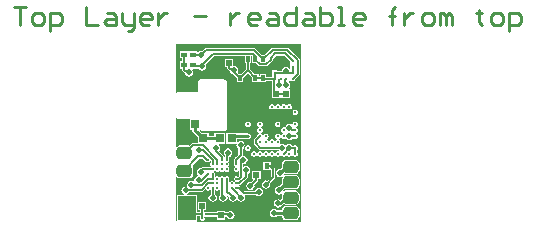
<source format=gtl>
G04*
G04 #@! TF.GenerationSoftware,Altium Limited,CircuitStudio,1.5.1 (13)*
G04*
G04 Layer_Physical_Order=1*
G04 Layer_Color=11767835*
%FSLAX25Y25*%
%MOIN*%
G70*
G01*
G75*
%ADD10C,0.01063*%
%ADD11R,0.06299X0.03150*%
%ADD12R,0.02559X0.03150*%
%ADD13C,0.00866*%
%ADD14R,0.01083X0.00984*%
%ADD15R,0.00984X0.01083*%
%ADD16R,0.01772X0.01969*%
G04:AMPARAMS|DCode=17|XSize=39.37mil|YSize=51.18mil|CornerRadius=9.84mil|HoleSize=0mil|Usage=FLASHONLY|Rotation=90.000|XOffset=0mil|YOffset=0mil|HoleType=Round|Shape=RoundedRectangle|*
%AMROUNDEDRECTD17*
21,1,0.03937,0.03150,0,0,90.0*
21,1,0.01969,0.05118,0,0,90.0*
1,1,0.01969,0.01575,0.00984*
1,1,0.01969,0.01575,-0.00984*
1,1,0.01969,-0.01575,-0.00984*
1,1,0.01969,-0.01575,0.00984*
%
%ADD17ROUNDEDRECTD17*%
%ADD18R,0.02717X0.02835*%
%ADD19R,0.02047X0.02047*%
%ADD20R,0.01378X0.01969*%
%ADD21C,0.00787*%
%ADD22R,0.05906X0.07874*%
%ADD23R,0.02047X0.02047*%
%ADD24R,0.01969X0.01772*%
%ADD25C,0.00591*%
%ADD26C,0.00984*%
%ADD27C,0.00787*%
%ADD28C,0.01000*%
%ADD29C,0.01969*%
G36*
X41732Y58916D02*
X41510Y-146D01*
X7011D01*
X6890Y0D01*
X6890Y50D01*
Y1561D01*
X8057D01*
Y1252D01*
X8018Y1193D01*
X7957Y886D01*
X8018Y579D01*
X8192Y318D01*
X8452Y144D01*
X8760Y83D01*
X9067Y144D01*
X9328Y318D01*
X9501Y579D01*
X9563Y886D01*
X9501Y1193D01*
X9462Y1252D01*
Y1531D01*
X9659Y1636D01*
X9831Y1522D01*
X10138Y1461D01*
X13543D01*
Y551D01*
X16378D01*
Y1461D01*
X16806D01*
X16812Y1431D01*
X17117Y975D01*
X17573Y671D01*
X18110Y564D01*
X18648Y671D01*
X19104Y975D01*
X19408Y1431D01*
X19515Y1969D01*
X19408Y2506D01*
X19104Y2962D01*
X18648Y3266D01*
X18110Y3373D01*
X17573Y3266D01*
X17273Y3067D01*
X16378D01*
Y3386D01*
X13543D01*
Y3067D01*
X10138D01*
X9831Y3005D01*
X9659Y2891D01*
X9462Y2996D01*
Y3701D01*
X10079D01*
Y6536D01*
X7244D01*
Y3701D01*
X8057D01*
Y2966D01*
X6890D01*
Y8661D01*
X3305D01*
X3285Y8858D01*
X3687Y8938D01*
X4143Y9243D01*
X4448Y9699D01*
X4474Y9829D01*
X8551D01*
X8820Y9883D01*
X9048Y10035D01*
X9674Y10661D01*
X9908Y10616D01*
X10034Y10428D01*
X10307Y10245D01*
X10630Y10181D01*
X10952Y10245D01*
X11226Y10428D01*
X11299Y10537D01*
X11320Y10542D01*
X11502Y10487D01*
Y9062D01*
X11211Y8867D01*
X10907Y8412D01*
X10800Y7874D01*
X10907Y7336D01*
X11211Y6881D01*
X11667Y6576D01*
X12205Y6469D01*
X12742Y6576D01*
X13198Y6881D01*
X13503Y7336D01*
X13610Y7874D01*
X13503Y8412D01*
X13198Y8867D01*
X12907Y9062D01*
Y10487D01*
X13089Y10542D01*
X13110Y10537D01*
X13183Y10428D01*
X13457Y10245D01*
X13779Y10181D01*
X14102Y10245D01*
X14376Y10428D01*
X14448Y10537D01*
X14470Y10542D01*
X14652Y10487D01*
Y8714D01*
X14450Y8412D01*
X14343Y7874D01*
X14450Y7336D01*
X14755Y6881D01*
X15210Y6576D01*
X15748Y6469D01*
X16286Y6576D01*
X16741Y6881D01*
X17046Y7336D01*
X17153Y7874D01*
X17046Y8412D01*
X16953Y8551D01*
X17106Y8677D01*
X17310Y8472D01*
X17318Y8460D01*
X17561Y8217D01*
X17493Y7874D01*
X17600Y7336D01*
X17904Y6881D01*
X18360Y6576D01*
X18898Y6469D01*
X19435Y6576D01*
X19891Y6881D01*
X20166Y7292D01*
X20229Y7307D01*
X20322D01*
X20385Y7292D01*
X20660Y6881D01*
X21116Y6576D01*
X21654Y6469D01*
X22191Y6576D01*
X22647Y6881D01*
X22952Y7336D01*
X23058Y7874D01*
X22952Y8412D01*
X22844Y8573D01*
X22937Y8746D01*
X26717D01*
X27025Y8540D01*
X27563Y8433D01*
X28101Y8540D01*
X28556Y8845D01*
X28861Y9301D01*
X28968Y9838D01*
X28861Y10376D01*
X28556Y10832D01*
X28101Y11136D01*
X27563Y11243D01*
X27025Y11136D01*
X26570Y10832D01*
X26265Y10376D01*
X26220Y10151D01*
X22796D01*
X21427Y11520D01*
X21199Y11673D01*
X21066Y11699D01*
X21084Y11896D01*
X21353Y11949D01*
X21581Y12102D01*
X23725Y14246D01*
X23877Y14474D01*
X23931Y14743D01*
Y15741D01*
X24222Y15936D01*
X24526Y16391D01*
X24633Y16929D01*
X24526Y17467D01*
X24222Y17923D01*
X23766Y18227D01*
X23228Y18334D01*
X22691Y18227D01*
X22431Y18054D01*
X22258Y18146D01*
Y18949D01*
X22410Y19074D01*
X22441Y19068D01*
X22979Y19174D01*
X23434Y19479D01*
X23739Y19935D01*
X23846Y20472D01*
X23739Y21010D01*
X23434Y21466D01*
X22979Y21770D01*
X22441Y21877D01*
X22392Y21868D01*
X22212Y22033D01*
Y24126D01*
X22503Y24320D01*
X22808Y24776D01*
X22915Y25314D01*
X22808Y25851D01*
X22503Y26307D01*
X22047Y26612D01*
X21510Y26719D01*
X20972Y26612D01*
X20516Y26307D01*
X20464Y26229D01*
X20276Y26286D01*
Y27435D01*
X23854D01*
X24016Y27403D01*
X24377Y27475D01*
X24683Y27679D01*
X24887Y27985D01*
X24959Y28346D01*
X24887Y28707D01*
X24683Y29013D01*
X24377Y29218D01*
X24016Y29290D01*
X23854Y29258D01*
X20276D01*
Y29370D01*
X16772D01*
Y25748D01*
X20036D01*
X20161Y25596D01*
X20105Y25314D01*
X20212Y24776D01*
X20516Y24320D01*
X20807Y24126D01*
Y22198D01*
X20271Y21662D01*
X20263Y21650D01*
X19891Y21278D01*
X19756Y21251D01*
X19483Y21068D01*
X19300Y20795D01*
X19236Y20472D01*
X19300Y20150D01*
X19376Y20036D01*
Y19334D01*
X19300Y19220D01*
X19236Y18898D01*
X19300Y18575D01*
X19483Y18302D01*
X19592Y18229D01*
Y17992D01*
X19483Y17919D01*
X19300Y17645D01*
X19236Y17323D01*
X19300Y17000D01*
X19483Y16727D01*
X19756Y16544D01*
X20079Y16480D01*
X20401Y16544D01*
X20656Y16714D01*
X20853Y16666D01*
Y15153D01*
X20575Y14876D01*
X20516D01*
X20401Y14952D01*
X20079Y15016D01*
X19756Y14952D01*
X19483Y14769D01*
X19300Y14496D01*
X19236Y14173D01*
X19300Y13851D01*
X19483Y13577D01*
X19592Y13504D01*
Y13267D01*
X19483Y13194D01*
X19410Y13085D01*
X19173D01*
X19100Y13194D01*
X18826Y13377D01*
X18504Y13441D01*
X18181Y13377D01*
X17908Y13194D01*
X17835Y13085D01*
X17814Y13080D01*
X17631Y13135D01*
Y13736D01*
X17708Y13851D01*
X17772Y14173D01*
X17708Y14496D01*
X17525Y14769D01*
X17252Y14952D01*
X16929Y15016D01*
X16607Y14952D01*
X16333Y14769D01*
X16260Y14660D01*
X16023D01*
X15950Y14769D01*
X15677Y14952D01*
X15354Y15016D01*
X15032Y14952D01*
X14758Y14769D01*
X14685Y14660D01*
X14448D01*
X14376Y14769D01*
X14102Y14952D01*
X13779Y15016D01*
X13457Y14952D01*
X13183Y14769D01*
X13110Y14660D01*
X13089Y14655D01*
X12907Y14710D01*
Y15311D01*
X12983Y15425D01*
X13048Y15748D01*
X12983Y16071D01*
X12801Y16344D01*
X12691Y16417D01*
Y16654D01*
X12801Y16727D01*
X12874Y16836D01*
X13110D01*
X13183Y16727D01*
X13457Y16544D01*
X13779Y16480D01*
X14102Y16544D01*
X14376Y16727D01*
X14448Y16836D01*
X14685D01*
X14758Y16727D01*
X15032Y16544D01*
X15354Y16480D01*
X15677Y16544D01*
X15950Y16727D01*
X16023Y16836D01*
X16260D01*
X16333Y16727D01*
X16607Y16544D01*
X16929Y16480D01*
X17252Y16544D01*
X17525Y16727D01*
X17708Y17000D01*
X17772Y17323D01*
X17708Y17645D01*
X17525Y17919D01*
X17416Y17992D01*
Y18229D01*
X17525Y18302D01*
X17708Y18575D01*
X17772Y18898D01*
X17708Y19220D01*
X17525Y19494D01*
X17416Y19567D01*
Y19803D01*
X17525Y19876D01*
X17708Y20150D01*
X17772Y20472D01*
X17708Y20795D01*
X17631Y20909D01*
Y21491D01*
X17861Y21537D01*
X18316Y21841D01*
X18621Y22297D01*
X18728Y22835D01*
X18621Y23372D01*
X18316Y23828D01*
X17861Y24133D01*
X17323Y24239D01*
X16785Y24133D01*
X16329Y23828D01*
X16025Y23372D01*
X15918Y22835D01*
X16025Y22297D01*
X16227Y21995D01*
Y21415D01*
X16030Y21396D01*
X16003Y21529D01*
X15851Y21757D01*
X14362Y23245D01*
X14379Y23416D01*
X14684Y23872D01*
X14791Y24409D01*
X14684Y24947D01*
X14379Y25403D01*
X14157Y25551D01*
X14217Y25748D01*
X16299D01*
Y29370D01*
X12795D01*
Y28470D01*
X10827D01*
Y29370D01*
X8615D01*
X7864Y30122D01*
X7897Y30334D01*
X8021Y30436D01*
X8071Y30448D01*
X8137Y30381D01*
X8333Y30251D01*
X8563Y30205D01*
X16339D01*
X16569Y30251D01*
X16764Y30381D01*
X16895Y30577D01*
X16941Y30807D01*
Y46457D01*
X16895Y46687D01*
X16764Y46883D01*
X16646Y46961D01*
X16567Y47079D01*
X16372Y47210D01*
X16142Y47256D01*
X8071D01*
X7840Y47210D01*
X7645Y47079D01*
X7515Y46884D01*
X7469Y46654D01*
Y43122D01*
X689D01*
X459Y43076D01*
X263Y42945D01*
X197Y42846D01*
X0Y42906D01*
Y59055D01*
X41593D01*
X41732Y58916D01*
D02*
G37*
G36*
X263Y34220D02*
X459Y34089D01*
X689Y34043D01*
X4528D01*
Y30315D01*
X5313D01*
X5359Y30084D01*
X5556Y29789D01*
X6119Y29226D01*
X6310Y29099D01*
X7323Y28086D01*
Y25998D01*
X6018D01*
X5959Y26037D01*
X5652Y26098D01*
X5345Y26037D01*
X5084Y25863D01*
X4426Y25205D01*
X4331Y25224D01*
X1181D01*
X643Y25117D01*
X197Y24818D01*
X106Y24837D01*
X0Y24869D01*
Y34260D01*
X197Y34319D01*
X263Y34220D01*
D02*
G37*
G36*
X9673Y19905D02*
X9933Y19731D01*
X10240Y19670D01*
X10334Y19688D01*
X10630Y19629D01*
X10952Y19694D01*
X11226Y19876D01*
X11299Y19985D01*
X11320Y19991D01*
X11502Y19936D01*
Y19334D01*
X11426Y19220D01*
X11362Y18898D01*
X11426Y18575D01*
X11609Y18302D01*
X11718Y18229D01*
X11723Y18207D01*
X11668Y18025D01*
X11067D01*
X10952Y18102D01*
X10630Y18166D01*
X10307Y18102D01*
X10193Y18025D01*
X9055D01*
X8786Y17972D01*
X8558Y17819D01*
X8447Y17708D01*
X8268Y17743D01*
X7730Y17637D01*
X7274Y17332D01*
X6970Y16876D01*
X6863Y16339D01*
X6970Y15801D01*
X7274Y15345D01*
X7275Y15344D01*
X7234Y15135D01*
X6943Y15078D01*
X6487Y14773D01*
X6182Y14317D01*
X6075Y13780D01*
X6149Y13410D01*
X5972Y13292D01*
X5656Y13503D01*
X5118Y13610D01*
X4580Y13503D01*
X4125Y13198D01*
X3820Y12742D01*
X3713Y12205D01*
X3817Y11684D01*
X3751Y11603D01*
X3670Y11538D01*
X3150Y11641D01*
X2612Y11534D01*
X2156Y11230D01*
X1852Y10774D01*
X1745Y10236D01*
X1852Y9699D01*
X2156Y9243D01*
X2612Y8938D01*
X3014Y8858D01*
X2994Y8661D01*
X197D01*
Y50D01*
X197Y0D01*
X190Y-8D01*
X111Y-11D01*
X-78Y179D01*
X0Y1969D01*
Y14694D01*
X105Y14726D01*
X197Y14744D01*
X643Y14446D01*
X1181Y14339D01*
X4331D01*
X4868Y14446D01*
X5324Y14751D01*
X5629Y15206D01*
X5736Y15744D01*
Y17713D01*
X5629Y18250D01*
X5460Y18502D01*
X7809Y20851D01*
X8727D01*
X9673Y19905D01*
D02*
G37*
%LPC*%
G36*
X37096Y57789D02*
X32185D01*
X31916Y57736D01*
X31688Y57583D01*
X29420Y55315D01*
X28740D01*
X26471Y57583D01*
X26243Y57736D01*
X25975Y57789D01*
X10039D01*
X9771Y57736D01*
X9543Y57583D01*
X8808Y56849D01*
X8465Y56917D01*
X7927Y56810D01*
X7471Y56505D01*
X7277Y56214D01*
X6890D01*
Y56791D01*
X1378D01*
Y54232D01*
X2053D01*
Y53248D01*
X1378D01*
Y50689D01*
X2053D01*
Y50394D01*
X2107Y50125D01*
X2259Y49897D01*
X3019Y49137D01*
X3033Y49069D01*
X3337Y48613D01*
X3793Y48308D01*
X4331Y48201D01*
X4868Y48308D01*
X5324Y48613D01*
X5629Y49069D01*
X5736Y49606D01*
X5629Y50144D01*
X5396Y50492D01*
X5501Y50689D01*
X6890D01*
Y50872D01*
X7474D01*
X7668Y50581D01*
X8124Y50277D01*
X8661Y50170D01*
X9199Y50277D01*
X9655Y50581D01*
X9959Y51037D01*
X10066Y51575D01*
X9959Y52113D01*
X9816Y52327D01*
X12594Y55105D01*
X22835D01*
Y52559D01*
X23215D01*
Y50576D01*
X21654Y49016D01*
X20875D01*
X20367Y49524D01*
X20589Y49856D01*
X20696Y50394D01*
X20589Y50931D01*
X20285Y51387D01*
X19829Y51692D01*
X19291Y51799D01*
X19286Y51797D01*
X19134Y51922D01*
Y54173D01*
X16299D01*
Y51338D01*
X17014D01*
Y51181D01*
X17067Y50912D01*
X17220Y50684D01*
X17980Y49924D01*
X17993Y49856D01*
X18298Y49400D01*
X18754Y49096D01*
X18822Y49082D01*
X20276Y47629D01*
Y46260D01*
X22441D01*
Y47815D01*
X23917Y49292D01*
X25394Y47815D01*
Y46260D01*
X27559D01*
Y46935D01*
X27953D01*
Y46260D01*
X30118D01*
Y46738D01*
X31876D01*
Y43405D01*
X31930Y43137D01*
X32047Y42961D01*
Y41102D01*
X34882D01*
Y41817D01*
X35197D01*
Y41102D01*
X38032D01*
Y43937D01*
X37445D01*
X37386Y44134D01*
X37608Y44282D01*
X37912Y44738D01*
X38019Y45276D01*
X37912Y45813D01*
X37614Y46260D01*
X37632Y46350D01*
X37665Y46457D01*
X37697D01*
Y46554D01*
X37894Y46555D01*
X37894Y46555D01*
X37894Y46555D01*
X39764D01*
Y47343D01*
X41048Y48627D01*
X41200Y48855D01*
X41254Y49124D01*
Y53632D01*
X41200Y53901D01*
X41048Y54128D01*
X37593Y57583D01*
X37365Y57736D01*
X37096Y57789D01*
D02*
G37*
G36*
X24016Y25353D02*
X23655Y25281D01*
X23349Y25076D01*
X23144Y24770D01*
X23072Y24409D01*
X23144Y24048D01*
X23349Y23742D01*
X23655Y23538D01*
X24016Y23466D01*
X24377Y23538D01*
X24683Y23742D01*
X24887Y24048D01*
X24959Y24409D01*
X24887Y24770D01*
X24683Y25076D01*
X24377Y25281D01*
X24016Y25353D01*
D02*
G37*
G36*
X39764Y20499D02*
X36614D01*
X36077Y20392D01*
X35621Y20088D01*
X35316Y19632D01*
X35209Y19094D01*
Y17983D01*
X34752Y17526D01*
X34646Y17547D01*
X34108Y17440D01*
X33652Y17135D01*
X33348Y16679D01*
X33241Y16142D01*
X33348Y15604D01*
X33652Y15148D01*
X34108Y14844D01*
X34646Y14737D01*
X35183Y14844D01*
X35394Y14984D01*
X35535Y14842D01*
X35316Y14514D01*
X35209Y13976D01*
Y12471D01*
X34358Y11620D01*
X34252Y11641D01*
X33714Y11534D01*
X33259Y11230D01*
X32954Y10774D01*
X32847Y10236D01*
X32954Y9699D01*
X33259Y9243D01*
X33714Y8938D01*
X34252Y8831D01*
X34790Y8938D01*
X35060Y9119D01*
X35238Y9001D01*
X35209Y8858D01*
Y7746D01*
X34637Y7174D01*
X34593Y7203D01*
X34055Y7310D01*
X33517Y7203D01*
X33062Y6899D01*
X32757Y6443D01*
X32650Y5906D01*
X32757Y5368D01*
X33062Y4912D01*
X33517Y4608D01*
X34055Y4501D01*
X34593Y4608D01*
X35048Y4912D01*
X35288Y5271D01*
X35796Y5779D01*
X36077Y5592D01*
X36614Y5485D01*
X39764D01*
X40301Y5592D01*
X40757Y5896D01*
X41062Y6352D01*
X41169Y6890D01*
Y8858D01*
X41062Y9396D01*
X40757Y9852D01*
X40301Y10156D01*
X39764Y10263D01*
X36614D01*
X36077Y10156D01*
X35806Y9975D01*
X35629Y10094D01*
X35657Y10236D01*
X35636Y10343D01*
X36032Y10739D01*
X36077Y10710D01*
X36614Y10603D01*
X39764D01*
X40301Y10710D01*
X40757Y11014D01*
X41062Y11470D01*
X41169Y12008D01*
Y13976D01*
X41062Y14514D01*
X40757Y14970D01*
X40301Y15274D01*
X39764Y15381D01*
X36614D01*
X36077Y15274D01*
X35866Y15134D01*
X35724Y15276D01*
X35944Y15604D01*
X35960Y15687D01*
X36161Y15811D01*
X36614Y15721D01*
X39764D01*
X40301Y15828D01*
X40757Y16132D01*
X41062Y16588D01*
X41169Y17126D01*
Y19094D01*
X41062Y19632D01*
X40757Y20088D01*
X40301Y20392D01*
X39764Y20499D01*
D02*
G37*
G36*
X28189Y16772D02*
X25354D01*
Y13937D01*
X25679D01*
X25754Y13755D01*
X25146Y13148D01*
X24803Y13216D01*
X24265Y13109D01*
X23810Y12804D01*
X23505Y12349D01*
X23398Y11811D01*
X23505Y11273D01*
X23810Y10818D01*
X24265Y10513D01*
X24803Y10406D01*
X25341Y10513D01*
X25797Y10818D01*
X26101Y11273D01*
X26208Y11811D01*
X26140Y12154D01*
X27268Y13283D01*
X27421Y13511D01*
X27474Y13780D01*
Y13937D01*
X28189D01*
Y16772D01*
D02*
G37*
G36*
X31594Y19685D02*
X29035D01*
Y16929D01*
X31581D01*
Y14858D01*
X30264Y13541D01*
X29921Y13610D01*
X29384Y13503D01*
X28928Y13198D01*
X28623Y12742D01*
X28516Y12205D01*
X28623Y11667D01*
X28928Y11211D01*
X29384Y10907D01*
X29921Y10800D01*
X30459Y10907D01*
X30915Y11211D01*
X31219Y11667D01*
X31326Y12205D01*
X31258Y12548D01*
X32780Y14070D01*
X32932Y14298D01*
X32986Y14567D01*
Y17332D01*
X32932Y17601D01*
X32780Y17829D01*
X31805Y18804D01*
X31594Y18945D01*
Y19685D01*
D02*
G37*
G36*
X39764Y5145D02*
X36614D01*
X36077Y5038D01*
X35621Y4734D01*
X35316Y4278D01*
X35209Y3740D01*
Y3659D01*
X33731D01*
X33671Y3749D01*
X33215Y4054D01*
X32677Y4161D01*
X32140Y4054D01*
X31684Y3749D01*
X31379Y3294D01*
X31272Y2756D01*
X31379Y2218D01*
X31684Y1763D01*
X32140Y1458D01*
X32677Y1351D01*
X33215Y1458D01*
X33671Y1763D01*
X33731Y1853D01*
X35209D01*
Y1772D01*
X35316Y1234D01*
X35621Y778D01*
X36077Y474D01*
X36614Y367D01*
X39764D01*
X40301Y474D01*
X40757Y778D01*
X41062Y1234D01*
X41169Y1772D01*
Y3740D01*
X41062Y4278D01*
X40757Y4734D01*
X40301Y5038D01*
X39764Y5145D01*
D02*
G37*
G36*
X39764Y33227D02*
X39403Y33155D01*
X39097Y32950D01*
X38892Y32644D01*
X38825Y32308D01*
X38735Y32243D01*
X38637Y32197D01*
X38333Y32400D01*
X37795Y32507D01*
X37258Y32400D01*
X36802Y32096D01*
X36497Y31640D01*
X36423Y31266D01*
X36204Y31176D01*
X36188Y31187D01*
X35827Y31258D01*
X35466Y31187D01*
X35160Y30982D01*
X34955Y30676D01*
X34883Y30315D01*
X34955Y29954D01*
X35160Y29648D01*
X35466Y29443D01*
X35528Y29431D01*
Y29230D01*
X35466Y29218D01*
X35160Y29013D01*
X34955Y28707D01*
X34943Y28645D01*
X34742D01*
X34730Y28707D01*
X34525Y29013D01*
X34219Y29218D01*
X33858Y29290D01*
X33497Y29218D01*
X33191Y29013D01*
X32987Y28707D01*
X32915Y28346D01*
X32987Y27985D01*
X33191Y27679D01*
X33497Y27475D01*
X33559Y27463D01*
Y27262D01*
X33497Y27250D01*
X33191Y27045D01*
X32987Y26739D01*
X32974Y26677D01*
X32774D01*
X32761Y26739D01*
X32557Y27045D01*
X32251Y27250D01*
X31890Y27321D01*
X31529Y27250D01*
X31223Y27045D01*
X31018Y26739D01*
X31006Y26676D01*
X30805D01*
X30793Y26739D01*
X30588Y27045D01*
X30282Y27250D01*
X30220Y27262D01*
Y27463D01*
X30282Y27475D01*
X30588Y27679D01*
X30793Y27985D01*
X30865Y28346D01*
X30793Y28707D01*
X30588Y29013D01*
X30282Y29218D01*
X29921Y29290D01*
X29560Y29218D01*
X29254Y29013D01*
X29050Y28707D01*
X29037Y28645D01*
X28837D01*
X28824Y28707D01*
X28620Y29013D01*
X28314Y29218D01*
X28251Y29230D01*
Y29431D01*
X28314Y29443D01*
X28620Y29648D01*
X28824Y29954D01*
X28896Y30315D01*
X28824Y30676D01*
X28620Y30982D01*
X28314Y31187D01*
X28252Y31199D01*
Y31400D01*
X28314Y31412D01*
X28620Y31616D01*
X28824Y31922D01*
X28896Y32283D01*
X28824Y32644D01*
X28620Y32950D01*
X28314Y33155D01*
X27953Y33227D01*
X27592Y33155D01*
X27286Y32950D01*
X27081Y32644D01*
X27009Y32283D01*
X27081Y31922D01*
X27286Y31616D01*
X27592Y31412D01*
X27654Y31400D01*
Y31199D01*
X27592Y31187D01*
X27286Y30982D01*
X27081Y30676D01*
X27009Y30315D01*
X27081Y29954D01*
X27286Y29648D01*
X27592Y29443D01*
X27654Y29431D01*
Y29230D01*
X27592Y29218D01*
X27286Y29013D01*
X27081Y28707D01*
X27022Y28409D01*
X26177Y27564D01*
X26177Y27564D01*
X26177Y27564D01*
X26134Y27500D01*
X26025Y27337D01*
X26025Y27337D01*
X26025Y27337D01*
X25994Y27182D01*
X25971Y27068D01*
X25971Y27068D01*
X25971Y27068D01*
Y25931D01*
X26025Y25662D01*
X26177Y25434D01*
X27640Y23972D01*
X27867Y23820D01*
X28136Y23766D01*
X34161D01*
X34356Y23475D01*
X34811Y23171D01*
X34982Y23137D01*
X35057Y22955D01*
X34955Y22802D01*
X34943Y22739D01*
X34742D01*
X34730Y22802D01*
X34525Y23108D01*
X34219Y23313D01*
X33858Y23384D01*
X33497Y23313D01*
X33191Y23108D01*
X32987Y22802D01*
X32974Y22740D01*
X32774D01*
X32761Y22802D01*
X32557Y23108D01*
X32251Y23313D01*
X31890Y23384D01*
X31529Y23313D01*
X31223Y23108D01*
X31018Y22802D01*
X31006Y22739D01*
X30805D01*
X30793Y22802D01*
X30588Y23108D01*
X30282Y23313D01*
X29921Y23384D01*
X29560Y23313D01*
X29254Y23108D01*
X29050Y22802D01*
X29037Y22740D01*
X28837D01*
X28824Y22802D01*
X28620Y23108D01*
X28314Y23313D01*
X27953Y23384D01*
X27592Y23313D01*
X27286Y23108D01*
X27081Y22802D01*
X27069Y22739D01*
X26868D01*
X26856Y22802D01*
X26651Y23108D01*
X26345Y23313D01*
X25984Y23384D01*
X25623Y23313D01*
X25317Y23108D01*
X25113Y22802D01*
X25041Y22441D01*
X25113Y22080D01*
X25317Y21774D01*
X25623Y21569D01*
X25984Y21498D01*
X26345Y21569D01*
X26651Y21774D01*
X26856Y22080D01*
X26868Y22142D01*
X27069D01*
X27081Y22080D01*
X27286Y21774D01*
X27592Y21569D01*
X27953Y21498D01*
X28314Y21569D01*
X28620Y21774D01*
X28824Y22080D01*
X28837Y22142D01*
X29037D01*
X29050Y22080D01*
X29254Y21774D01*
X29560Y21569D01*
X29921Y21498D01*
X30282Y21569D01*
X30588Y21774D01*
X30793Y22080D01*
X30805Y22142D01*
X31006D01*
X31018Y22080D01*
X31223Y21774D01*
X31529Y21569D01*
X31890Y21498D01*
X32251Y21569D01*
X32557Y21774D01*
X32761Y22080D01*
X32774Y22142D01*
X32974D01*
X32987Y22080D01*
X33191Y21774D01*
X33497Y21569D01*
X33858Y21498D01*
X34219Y21569D01*
X34525Y21774D01*
X34730Y22080D01*
X34742Y22142D01*
X34943D01*
X34955Y22080D01*
X35160Y21774D01*
X35466Y21569D01*
X35827Y21498D01*
X36188Y21569D01*
X36494Y21774D01*
X36698Y22080D01*
X36711Y22142D01*
X36911D01*
X36924Y22080D01*
X37128Y21774D01*
X37434Y21569D01*
X37795Y21498D01*
X38156Y21569D01*
X38462Y21774D01*
X38667Y22080D01*
X38679Y22142D01*
X38880D01*
X38892Y22080D01*
X39097Y21774D01*
X39403Y21569D01*
X39764Y21498D01*
X40125Y21569D01*
X40431Y21774D01*
X40635Y22080D01*
X40707Y22441D01*
X40635Y22802D01*
X40466Y23055D01*
Y23795D01*
X40635Y24048D01*
X40707Y24409D01*
X40635Y24770D01*
X40431Y25076D01*
X40125Y25281D01*
X39764Y25353D01*
X39403Y25281D01*
X39150Y25112D01*
X38983D01*
X38789Y25403D01*
X38333Y25708D01*
X37795Y25814D01*
X37258Y25708D01*
X36802Y25403D01*
X36690Y25236D01*
X36493D01*
X36342Y25462D01*
X35887Y25767D01*
X35349Y25874D01*
X34811Y25767D01*
X34789Y25752D01*
X34648Y25894D01*
X34730Y26017D01*
X34802Y26378D01*
X34730Y26739D01*
X34525Y27045D01*
X34219Y27250D01*
X34157Y27262D01*
Y27463D01*
X34219Y27475D01*
X34525Y27679D01*
X34730Y27985D01*
X34742Y28048D01*
X34943D01*
X34955Y27985D01*
X35160Y27679D01*
X35466Y27475D01*
X35827Y27403D01*
X36188Y27475D01*
X36494Y27679D01*
X36584D01*
X36802Y27353D01*
X37258Y27048D01*
X37795Y26941D01*
X38333Y27048D01*
X38789Y27353D01*
X38983Y27644D01*
X39150D01*
X39403Y27475D01*
X39764Y27403D01*
X40125Y27475D01*
X40431Y27679D01*
X40635Y27985D01*
X40707Y28346D01*
X40635Y28707D01*
X40431Y29013D01*
X40125Y29218D01*
X40062Y29230D01*
Y29431D01*
X40125Y29443D01*
X40431Y29648D01*
X40635Y29954D01*
X40707Y30315D01*
X40635Y30676D01*
X40431Y30982D01*
X40125Y31187D01*
X40063Y31199D01*
Y31400D01*
X40125Y31412D01*
X40431Y31616D01*
X40635Y31922D01*
X40707Y32283D01*
X40635Y32644D01*
X40431Y32950D01*
X40125Y33155D01*
X39764Y33227D01*
D02*
G37*
G36*
Y37164D02*
X39403Y37092D01*
X39097Y36887D01*
X38892Y36581D01*
X38820Y36220D01*
X38892Y35859D01*
X39097Y35553D01*
X39403Y35349D01*
X39764Y35277D01*
X40125Y35349D01*
X40431Y35553D01*
X40635Y35859D01*
X40707Y36220D01*
X40635Y36581D01*
X40431Y36887D01*
X40125Y37092D01*
X39764Y37164D01*
D02*
G37*
G36*
X33858Y33227D02*
X33497Y33155D01*
X33191Y32950D01*
X32987Y32644D01*
X32915Y32283D01*
X32987Y31922D01*
X33191Y31616D01*
X33497Y31412D01*
X33858Y31340D01*
X34219Y31412D01*
X34525Y31616D01*
X34730Y31922D01*
X34802Y32283D01*
X34730Y32644D01*
X34525Y32950D01*
X34219Y33155D01*
X33858Y33227D01*
D02*
G37*
G36*
X37795Y39132D02*
X37434Y39061D01*
X37128Y38856D01*
X36924Y38550D01*
X36911Y38488D01*
X36711D01*
X36698Y38550D01*
X36494Y38856D01*
X36188Y39061D01*
X35827Y39132D01*
X35466Y39061D01*
X35160Y38856D01*
X34955Y38550D01*
X34943Y38487D01*
X34742D01*
X34730Y38550D01*
X34525Y38856D01*
X34219Y39061D01*
X33858Y39132D01*
X33497Y39061D01*
X33191Y38856D01*
X32987Y38550D01*
X32974Y38488D01*
X32774D01*
X32761Y38550D01*
X32557Y38856D01*
X32251Y39061D01*
X31890Y39132D01*
X31529Y39061D01*
X31223Y38856D01*
X31018Y38550D01*
X30946Y38189D01*
X31018Y37828D01*
X31223Y37522D01*
X31529Y37317D01*
X31890Y37246D01*
X32251Y37317D01*
X32557Y37522D01*
X32761Y37828D01*
X32774Y37890D01*
X32974D01*
X32987Y37828D01*
X33191Y37522D01*
X33497Y37317D01*
X33858Y37246D01*
X34219Y37317D01*
X34525Y37522D01*
X34730Y37828D01*
X34742Y37890D01*
X34943D01*
X34955Y37828D01*
X35160Y37522D01*
X35466Y37317D01*
X35827Y37246D01*
X36188Y37317D01*
X36494Y37522D01*
X36698Y37828D01*
X36711Y37890D01*
X36911D01*
X36924Y37828D01*
X37128Y37522D01*
X37434Y37317D01*
X37795Y37246D01*
X38156Y37317D01*
X38462Y37522D01*
X38667Y37828D01*
X38739Y38189D01*
X38667Y38550D01*
X38462Y38856D01*
X38156Y39061D01*
X37795Y39132D01*
D02*
G37*
G36*
X24016Y33227D02*
X23655Y33155D01*
X23349Y32950D01*
X23144Y32644D01*
X23072Y32283D01*
X23144Y31922D01*
X23349Y31616D01*
X23655Y31412D01*
X24016Y31340D01*
X24377Y31412D01*
X24683Y31616D01*
X24887Y31922D01*
X24959Y32283D01*
X24887Y32644D01*
X24683Y32950D01*
X24377Y33155D01*
X24016Y33227D01*
D02*
G37*
%LPD*%
G36*
X37894Y53328D02*
Y52461D01*
X39536D01*
X39593Y52362D01*
X39536Y52264D01*
X37894D01*
Y50904D01*
X37705Y50847D01*
X37608Y50994D01*
X37152Y51298D01*
X36614Y51405D01*
X36077Y51298D01*
X35621Y50994D01*
X35316Y50538D01*
X35232Y50112D01*
X33760D01*
Y50295D01*
X31890D01*
Y48524D01*
X32122D01*
Y48327D01*
X31890D01*
Y48144D01*
X30118D01*
Y49016D01*
X27953D01*
Y48340D01*
X27559D01*
Y49016D01*
X26180D01*
X24620Y50576D01*
Y52559D01*
X25000D01*
Y55105D01*
X25394D01*
Y52559D01*
X26772D01*
X27564Y51767D01*
X27792Y51615D01*
X28061Y51561D01*
X30010D01*
X30279Y51615D01*
X30507Y51767D01*
X32091Y53352D01*
X32243Y53580D01*
X32297Y53848D01*
Y54138D01*
X33362Y55203D01*
X36018D01*
X37894Y53328D01*
D02*
G37*
D10*
X24016Y38189D02*
D03*
Y36220D02*
D03*
Y34252D02*
D03*
Y32283D02*
D03*
Y22441D02*
D03*
Y30315D02*
D03*
Y28346D02*
D03*
Y26378D02*
D03*
Y24409D02*
D03*
X25984Y22441D02*
D03*
X27953D02*
D03*
X29921D02*
D03*
X31890D02*
D03*
X33858D02*
D03*
X35827D02*
D03*
X37795D02*
D03*
X39764D02*
D03*
Y24409D02*
D03*
Y26378D02*
D03*
Y28346D02*
D03*
Y30315D02*
D03*
Y32283D02*
D03*
Y34252D02*
D03*
Y36220D02*
D03*
Y38189D02*
D03*
X37795D02*
D03*
X35827D02*
D03*
X33858D02*
D03*
X31890D02*
D03*
X29921D02*
D03*
X27953D02*
D03*
X25984D02*
D03*
X27953Y34252D02*
D03*
Y32283D02*
D03*
Y30315D02*
D03*
Y28346D02*
D03*
Y26378D02*
D03*
X29921D02*
D03*
X31890D02*
D03*
X29921Y28346D02*
D03*
Y32283D02*
D03*
X33858Y26378D02*
D03*
Y28346D02*
D03*
X35827Y26378D02*
D03*
Y28346D02*
D03*
Y30315D02*
D03*
Y32283D02*
D03*
Y34252D02*
D03*
X33858D02*
D03*
Y32283D02*
D03*
X31890Y34252D02*
D03*
D11*
X4331Y44882D02*
D03*
D12*
X2461Y32283D02*
D03*
X6201D02*
D03*
D13*
X20079Y11024D02*
D03*
X18504D02*
D03*
X16929D02*
D03*
X15354D02*
D03*
X13779D02*
D03*
X12205D02*
D03*
X10630D02*
D03*
X20079Y12598D02*
D03*
X18504D02*
D03*
X16929D02*
D03*
X15354D02*
D03*
X13779D02*
D03*
X12205D02*
D03*
X10630D02*
D03*
X20079Y14173D02*
D03*
X18504D02*
D03*
X16929D02*
D03*
X15354D02*
D03*
X13779D02*
D03*
X12205D02*
D03*
X10630D02*
D03*
X20079Y15748D02*
D03*
X18504D02*
D03*
X16929D02*
D03*
X15354D02*
D03*
X13779D02*
D03*
X12205D02*
D03*
X10630D02*
D03*
X20079Y17323D02*
D03*
X18504D02*
D03*
X16929D02*
D03*
X15354D02*
D03*
X13779D02*
D03*
X12205D02*
D03*
X10630D02*
D03*
X20079Y18898D02*
D03*
X18504D02*
D03*
X16929D02*
D03*
X15354D02*
D03*
X13779D02*
D03*
X12205D02*
D03*
X10630D02*
D03*
X20079Y20472D02*
D03*
X18504D02*
D03*
X16929D02*
D03*
X15354D02*
D03*
X13779D02*
D03*
X12205D02*
D03*
X10630D02*
D03*
D14*
X38829Y47441D02*
D03*
Y49409D02*
D03*
Y51378D02*
D03*
Y53346D02*
D03*
X32825D02*
D03*
Y51378D02*
D03*
Y49409D02*
D03*
Y47441D02*
D03*
D15*
X36811Y53396D02*
D03*
X34843D02*
D03*
Y47392D02*
D03*
X36811D02*
D03*
D16*
X30315Y15551D02*
D03*
Y18307D02*
D03*
D17*
X38189Y12992D02*
D03*
X2756Y22835D02*
D03*
X2756Y16728D02*
D03*
X38189Y2756D02*
D03*
Y7874D02*
D03*
Y18110D02*
D03*
D18*
X9075Y27559D02*
D03*
X5098D02*
D03*
X14547D02*
D03*
X18524D02*
D03*
D19*
X39764Y42520D02*
D03*
X36614D02*
D03*
X11811Y5118D02*
D03*
X8661D02*
D03*
X14567Y52756D02*
D03*
X17717D02*
D03*
X30315Y42520D02*
D03*
X33465D02*
D03*
D20*
X29035Y47638D02*
D03*
X26476D02*
D03*
X23917D02*
D03*
X21358D02*
D03*
X29035Y53937D02*
D03*
X26476D02*
D03*
X23917D02*
D03*
X21358D02*
D03*
D21*
X8760Y2264D02*
D03*
X10138D02*
D03*
X8760Y886D02*
D03*
X10138D02*
D03*
D22*
X27165Y4331D02*
D03*
X3543D02*
D03*
X27165D02*
D03*
D23*
X14961Y5118D02*
D03*
Y1969D02*
D03*
X26772Y15354D02*
D03*
Y18504D02*
D03*
D24*
X5512Y51968D02*
D03*
X2756D02*
D03*
X5512Y55512D02*
D03*
X2756D02*
D03*
D25*
X28136Y24469D02*
X35349D01*
X26674Y25931D02*
Y27068D01*
Y25931D02*
X28136Y24469D01*
X3543Y21654D02*
Y23187D01*
X9067Y23622D02*
X10642Y22047D01*
X13779Y20472D02*
Y20484D01*
X10240Y20472D02*
X10630D01*
X12205Y7874D02*
X12598Y8268D01*
X15354Y8268D02*
Y11024D01*
Y8268D02*
X15748Y7874D01*
X29921Y12205D02*
X32283Y14567D01*
X10618Y14173D02*
X10630D01*
X12205D01*
Y15748D01*
X35827Y22441D02*
X37795Y24409D01*
X34449Y45473D02*
Y47392D01*
X22505Y9449D02*
X27174D01*
X27563Y9838D01*
X24803Y11811D02*
X26772Y13780D01*
X36418Y45472D02*
Y47392D01*
X8268Y18898D02*
X8268Y18898D01*
X8307Y13425D02*
X9508Y14626D01*
Y14638D01*
X10618Y15748D01*
X7835Y13425D02*
X8307D01*
X16929Y20472D02*
Y23228D01*
X37795Y24409D02*
X37795Y24409D01*
X38829Y53346D02*
Y53386D01*
X36309Y55905D02*
X38829Y53386D01*
X33071Y55905D02*
X36309D01*
X31594Y54429D02*
X33071Y55905D01*
X31594Y53848D02*
Y54429D01*
X30010Y52264D02*
X31594Y53848D01*
X37096Y57087D02*
X40551Y53632D01*
X32185Y57087D02*
X37096D01*
X29035Y53937D02*
X32185Y57087D01*
X28061Y52264D02*
X30010D01*
X26476Y53848D02*
X28061Y52264D01*
X26476Y53848D02*
Y53937D01*
X40551Y49124D02*
Y53632D01*
X38868Y47441D02*
X40551Y49124D01*
X38829Y47441D02*
X38868D01*
X26476Y53937D02*
Y55020D01*
X25689Y55807D02*
X26476Y55020D01*
X12303Y55807D02*
X25689D01*
X25975Y57087D02*
X29035Y54026D01*
X10039Y57087D02*
X25975D01*
X8465Y55512D02*
X10039Y57087D01*
X8661Y52165D02*
X12303Y55807D01*
X29035Y53937D02*
Y54026D01*
X32283Y14567D02*
Y17332D01*
X31308Y18307D02*
X32283Y17332D01*
X30315Y18307D02*
X31308D01*
X26674Y27068D02*
X27953Y28346D01*
X20079Y14173D02*
X20866D01*
X21555Y14862D01*
Y19587D01*
X22441Y20472D01*
X23228Y14743D02*
Y16929D01*
X21084Y12598D02*
X23228Y14743D01*
X20079Y12598D02*
X21084D01*
X19626Y9902D02*
X21654Y7874D01*
X19614Y9902D02*
X19626D01*
X18957Y10559D02*
X19614Y9902D01*
X18957Y10559D02*
Y10571D01*
X18504Y11024D02*
X18957Y10571D01*
X18504Y11024D02*
X18504D01*
X20930D02*
X22505Y9449D01*
X20079Y11024D02*
X20930D01*
X17815Y8957D02*
X18898Y7874D01*
X17815Y8957D02*
Y8961D01*
X16929Y9847D02*
X17815Y8961D01*
X16929Y9847D02*
Y11024D01*
X13386Y23228D02*
Y24409D01*
Y23228D02*
X15354Y21260D01*
X10618Y15748D02*
X10630D01*
X5905Y51575D02*
X8661D01*
X5512Y51968D02*
X5905Y51575D01*
X8661D02*
Y52165D01*
X13779Y15748D02*
X15354D01*
X13779Y18898D02*
Y20472D01*
X10531Y20571D02*
X10630Y20472D01*
X3150Y15748D02*
X3150Y15748D01*
X18504Y21256D02*
X19685Y22437D01*
X18504Y20472D02*
Y21256D01*
X10642Y22047D02*
X10642Y22047D01*
X12205Y18898D02*
Y20472D01*
X15354Y15748D02*
X16929D01*
X18504D01*
Y14173D02*
Y15748D01*
Y17323D01*
Y15748D02*
X20079D01*
X18504Y17323D02*
Y18898D01*
Y20472D01*
X10630Y17323D02*
X12205D01*
X15354Y11024D02*
Y12598D01*
Y14173D01*
X37795Y31102D02*
X38583Y30315D01*
X39764D01*
X16929Y11024D02*
Y12598D01*
Y14173D01*
X37795Y28346D02*
X39764D01*
X34252Y45276D02*
X34449Y45473D01*
X36418Y45472D02*
X36614Y45276D01*
X5512Y55512D02*
X8465D01*
X15354Y20472D02*
Y21260D01*
X20079Y18898D02*
Y20472D01*
X10630Y12598D02*
X12205D01*
X10642Y22047D02*
X11752Y20937D01*
Y20925D02*
Y20937D01*
Y20925D02*
X12205Y20472D01*
X10618Y12598D02*
X10630D01*
X8268Y18898D02*
X10630D01*
X27953Y34252D02*
X29921Y32284D01*
X24016Y34252D02*
Y36220D01*
Y22441D02*
X25478Y23903D01*
Y24916D01*
X24016Y26378D02*
X25478Y24916D01*
X39764Y34009D02*
Y34252D01*
Y34009D02*
X40984Y32789D01*
Y31738D02*
Y32789D01*
X40945Y31699D02*
X40984Y31738D01*
X40945Y30860D02*
Y31699D01*
Y30860D02*
X40984Y30821D01*
Y27801D02*
Y30821D01*
X39764Y26581D02*
X40984Y27801D01*
X39764Y26378D02*
Y26581D01*
X35827Y26378D02*
X39764D01*
X35827Y32283D02*
Y34252D01*
X5610Y2264D02*
X8760D01*
Y886D02*
Y2264D01*
Y5020D01*
X17815Y2264D02*
X18110Y1969D01*
X3150Y10236D02*
X3445Y10531D01*
X12205Y8662D02*
Y11024D01*
Y8662D02*
X12598Y8268D01*
X26772Y13780D02*
Y15354D01*
X35827Y22441D02*
Y22441D01*
X37795Y24409D02*
X39764D01*
Y22441D02*
Y24409D01*
X24016Y22441D02*
X24508Y21949D01*
Y20768D02*
Y21949D01*
Y20768D02*
X26772Y18504D01*
X11811Y5118D02*
X14961D01*
X38829Y49409D02*
Y51378D01*
X32825Y47441D02*
Y49409D01*
X29232Y47441D02*
X32825D01*
X29035Y47638D02*
X29232Y47441D01*
X26476Y47638D02*
X29035D01*
X2756Y51968D02*
Y55512D01*
Y50394D02*
Y51968D01*
Y50394D02*
X3543Y49606D01*
X4331D01*
X21358Y53937D02*
Y54468D01*
X14695Y52756D02*
X16408Y54468D01*
X14567Y52756D02*
X14695D01*
X16408Y54468D02*
X21358D01*
X23917Y50285D02*
Y53937D01*
Y50285D02*
X26476Y47726D01*
Y47638D02*
Y47726D01*
X21358Y47726D02*
X23917Y50285D01*
X17717Y51181D02*
Y52756D01*
X34843Y53396D02*
X36811D01*
X32874D02*
X34843D01*
X32825Y53346D02*
X32874Y53396D01*
X32825Y51378D02*
Y53346D01*
Y49409D02*
X38829D01*
X32579Y47195D02*
X32825Y47441D01*
X32579Y43405D02*
Y47195D01*
Y43405D02*
X33465Y42520D01*
X36614D01*
X21654Y2756D02*
X25591D01*
X19291Y49606D02*
X21171Y47726D01*
X17717Y51181D02*
X18504Y50394D01*
X19291D01*
Y49606D02*
Y50394D01*
X19685Y22437D02*
Y23622D01*
X21510Y21907D02*
Y25314D01*
X20079Y20472D02*
X20079D01*
X20768Y21161D01*
Y21166D01*
X21510Y21907D01*
X8969Y25295D02*
X13779Y20484D01*
X2362Y27559D02*
X6279D01*
X3445Y10531D02*
X8551D01*
X10618Y12598D01*
X5217Y12106D02*
X8551D01*
X10618Y14173D01*
X7480Y13780D02*
X7835Y13425D01*
X8268Y16339D02*
Y16535D01*
X5652Y25295D02*
X8969D01*
X7480Y23622D02*
X9067D01*
X8268Y16535D02*
X9055Y17323D01*
X10630D01*
X8268Y18898D02*
Y19685D01*
X1575Y27559D02*
Y31398D01*
X2461Y32283D01*
D26*
X36614Y12598D02*
X37795D01*
X34252Y10236D02*
X36614Y12598D01*
X34252Y10236D02*
Y10236D01*
X34646Y5906D02*
X36614Y7874D01*
X32677Y2756D02*
X36614D01*
X34646Y16142D02*
X36614Y18110D01*
D27*
X10138Y2264D02*
X17815D01*
X34055Y5906D02*
X34646D01*
X36614Y18110D02*
X38189D01*
X3543Y23187D02*
X5652Y25295D01*
X2653Y16831D02*
X7476Y21654D01*
X9059D01*
X10240Y20472D01*
D28*
X19311Y28346D02*
X24016D01*
X10256Y27559D02*
X14547D01*
X6201Y30433D02*
Y32283D01*
Y30433D02*
X6764Y29870D01*
X6827D01*
X9075Y27622D01*
X-53937Y71352D02*
X-49938D01*
X-51938D01*
Y65354D01*
X-46939D02*
X-44940D01*
X-43940Y66354D01*
Y68353D01*
X-44940Y69353D01*
X-46939D01*
X-47939Y68353D01*
Y66354D01*
X-46939Y65354D01*
X-41941Y63355D02*
Y69353D01*
X-38942D01*
X-37942Y68353D01*
Y66354D01*
X-38942Y65354D01*
X-41941D01*
X-29945Y71352D02*
Y65354D01*
X-25946D01*
X-22947Y69353D02*
X-20948D01*
X-19948Y68353D01*
Y65354D01*
X-22947D01*
X-23947Y66354D01*
X-22947Y67354D01*
X-19948D01*
X-17949Y69353D02*
Y66354D01*
X-16949Y65354D01*
X-13950D01*
Y64355D01*
X-14950Y63355D01*
X-15949D01*
X-13950Y65354D02*
Y69353D01*
X-8952Y65354D02*
X-10951D01*
X-11951Y66354D01*
Y68353D01*
X-10951Y69353D01*
X-8952D01*
X-7952Y68353D01*
Y67354D01*
X-11951D01*
X-5953Y69353D02*
Y65354D01*
Y67354D01*
X-4953Y68353D01*
X-3953Y69353D01*
X-2953D01*
X6044Y68353D02*
X10042D01*
X18040Y69353D02*
Y65354D01*
Y67354D01*
X19039Y68353D01*
X20039Y69353D01*
X21039D01*
X27037Y65354D02*
X25038D01*
X24038Y66354D01*
Y68353D01*
X25038Y69353D01*
X27037D01*
X28036Y68353D01*
Y67354D01*
X24038D01*
X31036Y69353D02*
X33035D01*
X34034Y68353D01*
Y65354D01*
X31036D01*
X30036Y66354D01*
X31036Y67354D01*
X34034D01*
X40033Y71352D02*
Y65354D01*
X37034D01*
X36034Y66354D01*
Y68353D01*
X37034Y69353D01*
X40033D01*
X43032D02*
X45031D01*
X46031Y68353D01*
Y65354D01*
X43032D01*
X42032Y66354D01*
X43032Y67354D01*
X46031D01*
X48030Y71352D02*
Y65354D01*
X51029D01*
X52029Y66354D01*
Y67354D01*
Y68353D01*
X51029Y69353D01*
X48030D01*
X54028Y65354D02*
X56027D01*
X55028D01*
Y71352D01*
X54028D01*
X62025Y65354D02*
X60026D01*
X59026Y66354D01*
Y68353D01*
X60026Y69353D01*
X62025D01*
X63025Y68353D01*
Y67354D01*
X59026D01*
X72022Y65354D02*
Y70353D01*
Y68353D01*
X71023D01*
X73022D01*
X72022D01*
Y70353D01*
X73022Y71352D01*
X76021Y69353D02*
Y65354D01*
Y67354D01*
X77021Y68353D01*
X78020Y69353D01*
X79020D01*
X83019Y65354D02*
X85018D01*
X86018Y66354D01*
Y68353D01*
X85018Y69353D01*
X83019D01*
X82019Y68353D01*
Y66354D01*
X83019Y65354D01*
X88017D02*
Y69353D01*
X89017D01*
X90016Y68353D01*
Y65354D01*
Y68353D01*
X91016Y69353D01*
X92016Y68353D01*
Y65354D01*
X101013Y70353D02*
Y69353D01*
X100013D01*
X102013D01*
X101013D01*
Y66354D01*
X102013Y65354D01*
X106011D02*
X108011D01*
X109010Y66354D01*
Y68353D01*
X108011Y69353D01*
X106011D01*
X105012Y68353D01*
Y66354D01*
X106011Y65354D01*
X111010Y63355D02*
Y69353D01*
X114009D01*
X115008Y68353D01*
Y66354D01*
X114009Y65354D01*
X111010D01*
D29*
X12205Y7874D02*
D03*
X15748D02*
D03*
X29921Y12205D02*
D03*
X35349Y24469D02*
D03*
X27563Y9838D02*
D03*
X24803Y11811D02*
D03*
X37795Y24409D02*
D03*
X36614Y50000D02*
D03*
X8661Y51575D02*
D03*
X13386Y24409D02*
D03*
X17323Y22835D02*
D03*
X18110Y30709D02*
D03*
Y34646D02*
D03*
Y38189D02*
D03*
Y42126D02*
D03*
Y45276D02*
D03*
X14961Y48425D02*
D03*
X11811D02*
D03*
X9055D02*
D03*
X6299Y47244D02*
D03*
X37795Y31102D02*
D03*
Y28346D02*
D03*
X34252Y45276D02*
D03*
X36614D02*
D03*
X8465Y55512D02*
D03*
X18110Y1969D02*
D03*
X3150Y10236D02*
D03*
X5118Y12205D02*
D03*
X18898Y7874D02*
D03*
X21654D02*
D03*
X23228Y16929D02*
D03*
X4331Y49606D02*
D03*
X28740Y50394D02*
D03*
X21654Y2756D02*
D03*
X26378Y43701D02*
D03*
X34055Y5906D02*
D03*
X32677Y2756D02*
D03*
X34252Y10236D02*
D03*
X34646Y16142D02*
D03*
X19291Y50394D02*
D03*
X21510Y25314D02*
D03*
X22441Y20472D02*
D03*
X19685Y23622D02*
D03*
X7480Y13780D02*
D03*
X8268Y16339D02*
D03*
X7480Y23622D02*
D03*
X8268Y19685D02*
D03*
X1575Y27559D02*
D03*
M02*

</source>
